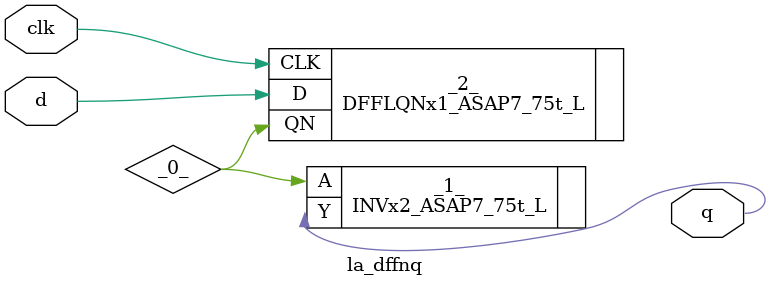
<source format=v>

/* Generated by Yosys 0.44 (git sha1 80ba43d26, g++ 11.4.0-1ubuntu1~22.04 -fPIC -O3) */

(* top =  1  *)
(* src = "generated" *)
(* keep_hierarchy *)
module la_dffnq (
    d,
    clk,
    q
);
  wire _0_;
  (* src = "generated" *)
  input clk;
  wire clk;
  (* src = "generated" *)
  input d;
  wire d;
  (* src = "generated" *)
  output q;
  wire q;
  INVx2_ASAP7_75t_L _1_ (
      .A(_0_),
      .Y(q)
  );
  (* src = "generated" *)
  DFFLQNx1_ASAP7_75t_L _2_ (
      .CLK(clk),
      .D  (d),
      .QN (_0_)
  );
endmodule

</source>
